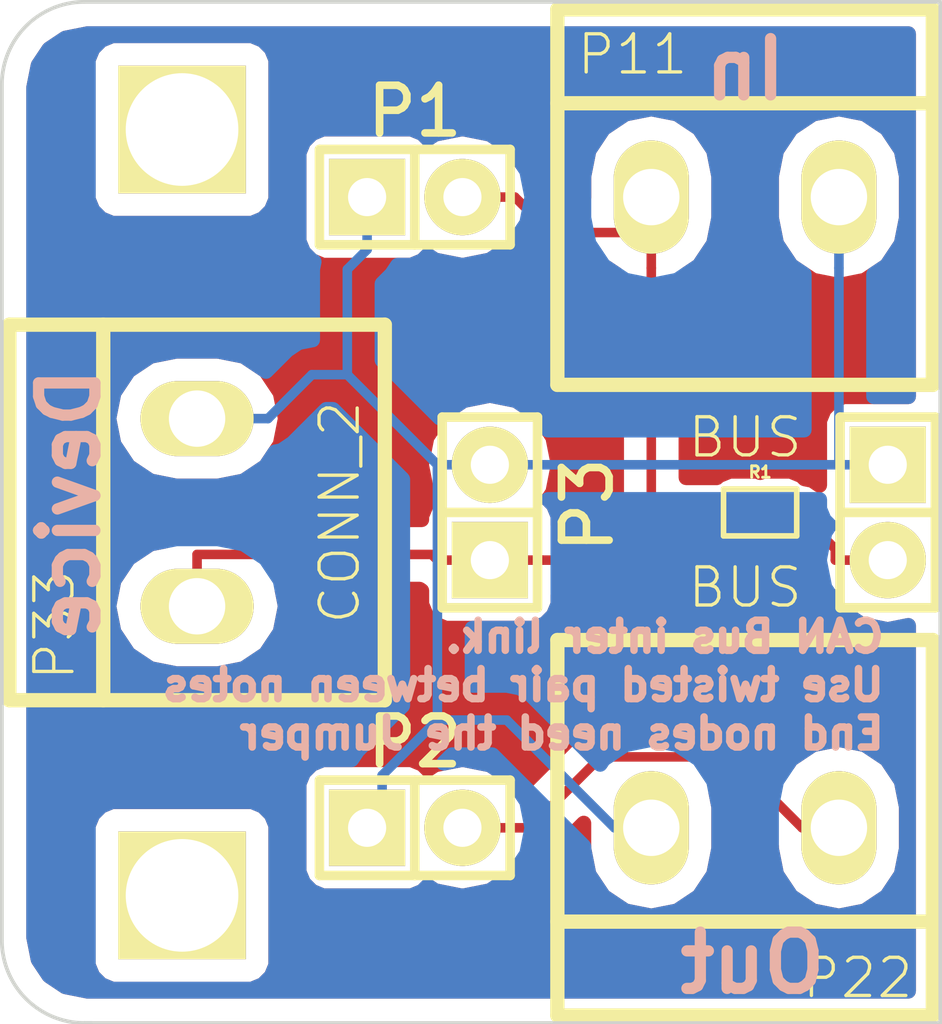
<source format=kicad_pcb>
(kicad_pcb (version 3) (host pcbnew "(2014-03-19 BZR 4756)-product")

  (general
    (links 13)
    (no_connects 0)
    (area 115.5929 99.57664 145.025172 129.01904)
    (thickness 1.6)
    (drawings 11)
    (tracks 45)
    (zones 0)
    (modules 10)
    (nets 4)
  )

  (page A4)
  (layers
    (15 F.Cu signal)
    (0 B.Cu signal)
    (16 B.Adhes user)
    (17 F.Adhes user)
    (18 B.Paste user)
    (19 F.Paste user)
    (20 B.SilkS user)
    (21 F.SilkS user)
    (22 B.Mask user)
    (23 F.Mask user)
    (24 Dwgs.User user)
    (25 Cmts.User user)
    (26 Eco1.User user)
    (27 Eco2.User user)
    (28 Edge.Cuts user)
  )

  (setup
    (last_trace_width 0.254)
    (trace_clearance 0)
    (zone_clearance 0.6)
    (zone_45_only no)
    (trace_min 0.254)
    (segment_width 0.2)
    (edge_width 0.1)
    (via_size 0.889)
    (via_drill 0.635)
    (via_min_size 0.889)
    (via_min_drill 0.508)
    (uvia_size 0.508)
    (uvia_drill 0.127)
    (uvias_allowed no)
    (uvia_min_size 0.508)
    (uvia_min_drill 0.127)
    (pcb_text_width 0.3)
    (pcb_text_size 1.5 1.5)
    (mod_edge_width 0.15)
    (mod_text_size 1 1)
    (mod_text_width 0.15)
    (pad_size 1.5 1.5)
    (pad_drill 0.6)
    (pad_to_mask_clearance 0)
    (aux_axis_origin 0 0)
    (grid_origin 129 105.4)
    (visible_elements FFFFFF7F)
    (pcbplotparams
      (layerselection 284196865)
      (usegerberextensions true)
      (excludeedgelayer true)
      (linewidth 0.150000)
      (plotframeref false)
      (viasonmask false)
      (mode 1)
      (useauxorigin false)
      (hpglpennumber 1)
      (hpglpenspeed 20)
      (hpglpendiameter 15)
      (hpglpenoverlay 2)
      (psnegative false)
      (psa4output false)
      (plotreference true)
      (plotvalue true)
      (plotothertext true)
      (plotinvisibletext false)
      (padsonsilk false)
      (subtractmaskfromsilk false)
      (outputformat 1)
      (mirror false)
      (drillshape 0)
      (scaleselection 1)
      (outputdirectory Gerber))
  )

  (net 0 "")
  (net 1 /CAN_H)
  (net 2 "Net-(JP1-Pad2)")
  (net 3 /CAN_L)

  (net_class Default "This is the default net class."
    (clearance 0)
    (trace_width 0.254)
    (via_dia 0.889)
    (via_drill 0.635)
    (uvia_dia 0.508)
    (uvia_drill 0.127)
    (add_net /CAN_H)
    (add_net /CAN_L)
    (add_net "Net-(JP1-Pad2)")
  )

  (module Pin_Headers:Pin_Header_Straight_1x02 (layer F.Cu) (tedit 53B9C21D) (tstamp 53B9C12E)
    (at 140.4 113.8 270)
    (descr "1 pin")
    (tags "CONN DEV")
    (path /53B9BF24)
    (fp_text reference JP1 (at 0 -2.8 270) (layer F.SilkS) hide
      (effects (font (size 1.27 1.27) (thickness 0.2032)))
    )
    (fp_text value JUMPER (at 0 0 270) (layer F.SilkS) hide
      (effects (font (size 1.27 1.27) (thickness 0.2032)))
    )
    (fp_line (start 0 -1.27) (end 0 1.27) (layer F.SilkS) (width 0.254))
    (fp_line (start -2.54 -1.27) (end -2.54 1.27) (layer F.SilkS) (width 0.254))
    (fp_line (start -2.54 1.27) (end 0 1.27) (layer F.SilkS) (width 0.254))
    (fp_line (start 0 1.27) (end 2.54 1.27) (layer F.SilkS) (width 0.254))
    (fp_line (start 2.54 1.27) (end 2.54 -1.27) (layer F.SilkS) (width 0.254))
    (fp_line (start 2.54 -1.27) (end -2.54 -1.27) (layer F.SilkS) (width 0.254))
    (pad 1 thru_hole rect (at -1.27 0 270) (size 2.032 2.032) (drill 1.016) (layers *.Cu *.Mask F.SilkS)
      (net 1 /CAN_H))
    (pad 2 thru_hole oval (at 1.27 0 270) (size 2.032 2.032) (drill 1.016) (layers *.Cu *.Mask F.SilkS)
      (net 2 "Net-(JP1-Pad2)"))
    (model Pin_Headers/Pin_Header_Straight_1x02.wrl
      (at (xyz 0 0 0))
      (scale (xyz 1 1 1))
      (rotate (xyz 0 0 0))
    )
  )

  (module Pin_Headers:Pin_Header_Straight_1x02 (layer F.Cu) (tedit 53B9C0DB) (tstamp 53B9C13A)
    (at 127.8 105.4)
    (descr "1 pin")
    (tags "CONN DEV")
    (path /53B9BD69)
    (fp_text reference P1 (at 0 -2.286) (layer F.SilkS)
      (effects (font (size 1.27 1.27) (thickness 0.2032)))
    )
    (fp_text value BUS (at 0 0) (layer F.SilkS) hide
      (effects (font (size 1.27 1.27) (thickness 0.2032)))
    )
    (fp_line (start 0 -1.27) (end 0 1.27) (layer F.SilkS) (width 0.254))
    (fp_line (start -2.54 -1.27) (end -2.54 1.27) (layer F.SilkS) (width 0.254))
    (fp_line (start -2.54 1.27) (end 0 1.27) (layer F.SilkS) (width 0.254))
    (fp_line (start 0 1.27) (end 2.54 1.27) (layer F.SilkS) (width 0.254))
    (fp_line (start 2.54 1.27) (end 2.54 -1.27) (layer F.SilkS) (width 0.254))
    (fp_line (start 2.54 -1.27) (end -2.54 -1.27) (layer F.SilkS) (width 0.254))
    (pad 1 thru_hole rect (at -1.27 0) (size 2.032 2.032) (drill 1.016) (layers *.Cu *.Mask F.SilkS)
      (net 1 /CAN_H))
    (pad 2 thru_hole oval (at 1.27 0) (size 2.032 2.032) (drill 1.016) (layers *.Cu *.Mask F.SilkS)
      (net 3 /CAN_L))
    (model Pin_Headers/Pin_Header_Straight_1x02.wrl
      (at (xyz 0 0 0))
      (scale (xyz 1 1 1))
      (rotate (xyz 0 0 0))
    )
  )

  (module Pin_Headers:Pin_Header_Straight_1x02 (layer F.Cu) (tedit 53B9C0DB) (tstamp 53B9C146)
    (at 127.8 122.2)
    (descr "1 pin")
    (tags "CONN DEV")
    (path /53B9C011)
    (fp_text reference P2 (at 0 -2.286) (layer F.SilkS)
      (effects (font (size 1.27 1.27) (thickness 0.2032)))
    )
    (fp_text value BUS (at 0 0) (layer F.SilkS) hide
      (effects (font (size 1.27 1.27) (thickness 0.2032)))
    )
    (fp_line (start 0 -1.27) (end 0 1.27) (layer F.SilkS) (width 0.254))
    (fp_line (start -2.54 -1.27) (end -2.54 1.27) (layer F.SilkS) (width 0.254))
    (fp_line (start -2.54 1.27) (end 0 1.27) (layer F.SilkS) (width 0.254))
    (fp_line (start 0 1.27) (end 2.54 1.27) (layer F.SilkS) (width 0.254))
    (fp_line (start 2.54 1.27) (end 2.54 -1.27) (layer F.SilkS) (width 0.254))
    (fp_line (start 2.54 -1.27) (end -2.54 -1.27) (layer F.SilkS) (width 0.254))
    (pad 1 thru_hole rect (at -1.27 0) (size 2.032 2.032) (drill 1.016) (layers *.Cu *.Mask F.SilkS)
      (net 1 /CAN_H))
    (pad 2 thru_hole oval (at 1.27 0) (size 2.032 2.032) (drill 1.016) (layers *.Cu *.Mask F.SilkS)
      (net 3 /CAN_L))
    (model Pin_Headers/Pin_Header_Straight_1x02.wrl
      (at (xyz 0 0 0))
      (scale (xyz 1 1 1))
      (rotate (xyz 0 0 0))
    )
  )

  (module Pin_Headers:Pin_Header_Straight_1x02 (layer F.Cu) (tedit 53B9C251) (tstamp 53B9C152)
    (at 129.8 113.8 90)
    (descr "1 pin")
    (tags "CONN DEV")
    (path /53B9BFB6)
    (fp_text reference P3 (at 0.2 2.6 90) (layer F.SilkS)
      (effects (font (size 1.27 1.27) (thickness 0.2032)))
    )
    (fp_text value CONN_2 (at 0 0 90) (layer F.SilkS) hide
      (effects (font (size 1.27 1.27) (thickness 0.2032)))
    )
    (fp_line (start 0 -1.27) (end 0 1.27) (layer F.SilkS) (width 0.254))
    (fp_line (start -2.54 -1.27) (end -2.54 1.27) (layer F.SilkS) (width 0.254))
    (fp_line (start -2.54 1.27) (end 0 1.27) (layer F.SilkS) (width 0.254))
    (fp_line (start 0 1.27) (end 2.54 1.27) (layer F.SilkS) (width 0.254))
    (fp_line (start 2.54 1.27) (end 2.54 -1.27) (layer F.SilkS) (width 0.254))
    (fp_line (start 2.54 -1.27) (end -2.54 -1.27) (layer F.SilkS) (width 0.254))
    (pad 1 thru_hole rect (at -1.27 0 90) (size 2.032 2.032) (drill 1.016) (layers *.Cu *.Mask F.SilkS)
      (net 3 /CAN_L))
    (pad 2 thru_hole oval (at 1.27 0 90) (size 2.032 2.032) (drill 1.016) (layers *.Cu *.Mask F.SilkS)
      (net 1 /CAN_H))
    (model Pin_Headers/Pin_Header_Straight_1x02.wrl
      (at (xyz 0 0 0))
      (scale (xyz 1 1 1))
      (rotate (xyz 0 0 0))
    )
  )

  (module 10to7_connectors:2_Pin_Screw_5mm_Pitch (layer F.Cu) (tedit 53B9C270) (tstamp 53B9C15D)
    (at 136.6 105.4)
    (path /53B9B9D6)
    (attr virtual)
    (fp_text reference P11 (at -3 -3.8) (layer F.SilkS)
      (effects (font (size 1.016 1.016) (thickness 0.0889)))
    )
    (fp_text value BUS (at 0 6.4008) (layer F.SilkS)
      (effects (font (size 1.016 1.016) (thickness 0.0889)))
    )
    (fp_line (start -5.00126 -2.49936) (end 5.00126 -2.49936) (layer F.SilkS) (width 0.381))
    (fp_line (start -5.00126 -5.00126) (end -5.00126 5.00126) (layer F.SilkS) (width 0.381))
    (fp_line (start -5.00126 5.00126) (end 5.00126 5.00126) (layer F.SilkS) (width 0.381))
    (fp_line (start 5.00126 5.00126) (end 5.00126 -5.00126) (layer F.SilkS) (width 0.381))
    (fp_line (start 5.00126 -5.00126) (end -5.00126 -5.00126) (layer F.SilkS) (width 0.381))
    (pad 1 thru_hole oval (at -2.49936 0) (size 1.99898 3.01498) (drill 1.50114) (layers *.Cu F.Paste F.SilkS B.Mask)
      (net 3 /CAN_L))
    (pad 2 thru_hole oval (at 2.49936 0) (size 1.99898 3.01498) (drill 1.50114) (layers *.Cu F.Paste F.SilkS B.Mask)
      (net 1 /CAN_H))
  )

  (module 10to7_connectors:2_Pin_Screw_5mm_Pitch (layer F.Cu) (tedit 53B9C267) (tstamp 53B9C168)
    (at 136.6 122.2 180)
    (path /53B9BFFD)
    (attr virtual)
    (fp_text reference P22 (at -3 -4 180) (layer F.SilkS)
      (effects (font (size 1.016 1.016) (thickness 0.0889)))
    )
    (fp_text value BUS (at 0 6.4008 180) (layer F.SilkS)
      (effects (font (size 1.016 1.016) (thickness 0.0889)))
    )
    (fp_line (start -5.00126 -2.49936) (end 5.00126 -2.49936) (layer F.SilkS) (width 0.381))
    (fp_line (start -5.00126 -5.00126) (end -5.00126 5.00126) (layer F.SilkS) (width 0.381))
    (fp_line (start -5.00126 5.00126) (end 5.00126 5.00126) (layer F.SilkS) (width 0.381))
    (fp_line (start 5.00126 5.00126) (end 5.00126 -5.00126) (layer F.SilkS) (width 0.381))
    (fp_line (start 5.00126 -5.00126) (end -5.00126 -5.00126) (layer F.SilkS) (width 0.381))
    (pad 1 thru_hole oval (at -2.49936 0 180) (size 1.99898 3.01498) (drill 1.50114) (layers *.Cu F.Paste F.SilkS B.Mask)
      (net 3 /CAN_L))
    (pad 2 thru_hole oval (at 2.49936 0 180) (size 1.99898 3.01498) (drill 1.50114) (layers *.Cu F.Paste F.SilkS B.Mask)
      (net 1 /CAN_H))
  )

  (module 10to7_connectors:2_Pin_Screw_5mm_Pitch (layer F.Cu) (tedit 53B9C260) (tstamp 53B9C173)
    (at 122 113.8 90)
    (path /53B9BF53)
    (attr virtual)
    (fp_text reference P33 (at -3 -3.8 90) (layer F.SilkS)
      (effects (font (size 1.016 1.016) (thickness 0.0889)))
    )
    (fp_text value CONN_2 (at 0 3.8 90) (layer F.SilkS)
      (effects (font (size 1.016 1.016) (thickness 0.0889)))
    )
    (fp_line (start -5.00126 -2.49936) (end 5.00126 -2.49936) (layer F.SilkS) (width 0.381))
    (fp_line (start -5.00126 -5.00126) (end -5.00126 5.00126) (layer F.SilkS) (width 0.381))
    (fp_line (start -5.00126 5.00126) (end 5.00126 5.00126) (layer F.SilkS) (width 0.381))
    (fp_line (start 5.00126 5.00126) (end 5.00126 -5.00126) (layer F.SilkS) (width 0.381))
    (fp_line (start 5.00126 -5.00126) (end -5.00126 -5.00126) (layer F.SilkS) (width 0.381))
    (pad 1 thru_hole oval (at -2.49936 0 90) (size 1.99898 3.01498) (drill 1.50114) (layers *.Cu F.Paste F.SilkS B.Mask)
      (net 3 /CAN_L))
    (pad 2 thru_hole oval (at 2.49936 0 90) (size 1.99898 3.01498) (drill 1.50114) (layers *.Cu F.Paste F.SilkS B.Mask)
      (net 1 /CAN_H))
  )

  (module 10to7_sm_standard:SM0402 (layer F.Cu) (tedit 5380CFF6) (tstamp 53B9C17D)
    (at 137 113.8 180)
    (path /53B9BB9D)
    (attr smd)
    (fp_text reference R1 (at 0 1.075 180) (layer F.SilkS)
      (effects (font (size 0.3048 0.3048) (thickness 0.0762)))
    )
    (fp_text value 120 (at 0 -0.9 180) (layer F.SilkS) hide
      (effects (font (size 0.3048 0.3048) (thickness 0.0762)))
    )
    (fp_line (start -0.975 0.625) (end 0.975 0.625) (layer F.SilkS) (width 0.15))
    (fp_line (start 0.975 0.625) (end 0.975 -0.625) (layer F.SilkS) (width 0.15))
    (fp_line (start 0.975 -0.625) (end -0.975 -0.625) (layer F.SilkS) (width 0.15))
    (fp_line (start -0.975 -0.625) (end -0.975 0.625) (layer F.SilkS) (width 0.15))
    (pad 1 smd rect (at -0.44958 0 180) (size 0.39878 0.59944) (layers F.Cu F.Paste F.Mask)
      (net 2 "Net-(JP1-Pad2)"))
    (pad 2 smd rect (at 0.44958 0 180) (size 0.39878 0.59944) (layers F.Cu F.Paste F.Mask)
      (net 3 /CAN_L))
    (model smd\chip_cms.wrl
      (at (xyz 0 0 0.002))
      (scale (xyz 0.05 0.05 0.05))
      (rotate (xyz 0 0 0))
    )
  )

  (module 10to7_sm_standard:3mmHole (layer F.Cu) (tedit 53B9C3C0) (tstamp 53B9C626)
    (at 121.6 103.6)
    (fp_text reference 3mmHole_1 (at 0.7493 3.79984) (layer F.SilkS) hide
      (effects (font (thickness 0.3048)))
    )
    (fp_text value VAL** (at 0.20066 -2.49936) (layer F.SilkS) hide
      (effects (font (thickness 0.3048)))
    )
    (pad 1 thru_hole rect (at 0 0) (size 3.40106 3.40106) (drill 2.99974) (layers *.Cu *.Mask F.SilkS))
  )

  (module 10to7_sm_standard:3mmHole (layer F.Cu) (tedit 520F49C7) (tstamp 53B9C63D)
    (at 121.6 124)
    (fp_text reference 3mmHole (at 0.7493 3.79984) (layer F.SilkS) hide
      (effects (font (thickness 0.3048)))
    )
    (fp_text value VAL** (at 0.20066 -2.49936) (layer F.SilkS) hide
      (effects (font (thickness 0.3048)))
    )
    (pad 1 thru_hole rect (at 0 0) (size 3.40106 3.40106) (drill 2.99974) (layers *.Cu *.Mask F.SilkS))
  )

  (gr_text Device (at 118.6 113.6 90) (layer B.SilkS)
    (effects (font (size 1.5 1.5) (thickness 0.3)) (justify mirror))
  )
  (gr_text Out (at 136.8 125.8) (layer B.SilkS)
    (effects (font (size 1.5 1.5) (thickness 0.3)) (justify mirror))
  )
  (gr_text In (at 136.6 102) (layer B.SilkS)
    (effects (font (size 1.5 1.5) (thickness 0.3)) (justify mirror))
  )
  (gr_text "CAN Bus inter link.\nUse twisted pair between notes\nEnd nodes need the Jumper " (at 140.4 118.4) (layer B.SilkS)
    (effects (font (size 0.8 0.8) (thickness 0.2)) (justify left mirror))
  )
  (gr_line (start 119 127.4) (end 119.2 127.4) (angle 90) (layer Edge.Cuts) (width 0.1))
  (gr_line (start 141.8 127.4) (end 119 127.4) (angle 90) (layer Edge.Cuts) (width 0.1))
  (gr_line (start 141.8 100.2) (end 141.8 127.4) (angle 90) (layer Edge.Cuts) (width 0.1))
  (gr_line (start 119 100.2) (end 141.8 100.2) (angle 90) (layer Edge.Cuts) (width 0.1))
  (gr_line (start 116.8 125.2) (end 116.8 102.4) (angle 90) (layer Edge.Cuts) (width 0.1))
  (gr_arc (start 119 125.2) (end 119 127.4) (angle 90) (layer Edge.Cuts) (width 0.1))
  (gr_arc (start 119 102.4) (end 116.8 102.4) (angle 90) (layer Edge.Cuts) (width 0.1))

  (segment (start 126.53 105.4) (end 126.53 106.7973) (width 0.254) (layer B.Cu) (net 1))
  (segment (start 126.93 122.2) (end 126.93 120.8027) (width 0.254) (layer B.Cu) (net 1))
  (segment (start 122 111.3006) (end 123.8888 111.3006) (width 0.254) (layer B.Cu) (net 1))
  (segment (start 130.2498 119.33) (end 133.1198 122.2) (width 0.254) (layer B.Cu) (net 1))
  (segment (start 128.4027 119.33) (end 130.2498 119.33) (width 0.254) (layer B.Cu) (net 1))
  (segment (start 128.4027 112.53) (end 128.4027 119.33) (width 0.254) (layer B.Cu) (net 1))
  (segment (start 128.4027 119.33) (end 126.93 120.8027) (width 0.254) (layer B.Cu) (net 1))
  (segment (start 134.5006 122.2) (end 133.1198 122.2) (width 0.254) (layer B.Cu) (net 1))
  (segment (start 126.0028 107.3245) (end 126.53 106.7973) (width 0.254) (layer B.Cu) (net 1))
  (segment (start 126.0028 110.1301) (end 126.0028 107.3245) (width 0.254) (layer B.Cu) (net 1))
  (segment (start 125.0593 110.1301) (end 126.0028 110.1301) (width 0.254) (layer B.Cu) (net 1))
  (segment (start 123.8888 111.3006) (end 125.0593 110.1301) (width 0.254) (layer B.Cu) (net 1))
  (segment (start 126.0028 110.1301) (end 128.4027 112.53) (width 0.254) (layer B.Cu) (net 1))
  (segment (start 129.1014 112.53) (end 128.4027 112.53) (width 0.254) (layer B.Cu) (net 1))
  (segment (start 129.1014 112.53) (end 129.8 112.53) (width 0.254) (layer B.Cu) (net 1))
  (segment (start 139.0994 105.4) (end 139.0994 107.2888) (width 0.254) (layer B.Cu) (net 1))
  (segment (start 139.0994 112.53) (end 139.0994 107.2888) (width 0.254) (layer B.Cu) (net 1))
  (segment (start 129.8 112.53) (end 139.0994 112.53) (width 0.254) (layer B.Cu) (net 1))
  (segment (start 139.0994 112.53) (end 140.4 112.53) (width 0.254) (layer B.Cu) (net 1))
  (segment (start 139.0027 114.7724) (end 139.0027 115.07) (width 0.254) (layer F.Cu) (net 2))
  (segment (start 138.0303 113.8) (end 139.0027 114.7724) (width 0.254) (layer F.Cu) (net 2))
  (segment (start 137.4496 113.8) (end 138.0303 113.8) (width 0.254) (layer F.Cu) (net 2))
  (segment (start 140.4 115.07) (end 139.0027 115.07) (width 0.254) (layer F.Cu) (net 2))
  (segment (start 139.4994 122.2) (end 138.1186 122.2) (width 0.254) (layer F.Cu) (net 3))
  (segment (start 129.47 122.2) (end 130.8673 122.2) (width 0.254) (layer F.Cu) (net 3))
  (segment (start 136.2297 120.3111) (end 132.7562 120.3111) (width 0.254) (layer F.Cu) (net 3))
  (segment (start 138.1186 122.2) (end 136.2297 120.3111) (width 0.254) (layer F.Cu) (net 3))
  (segment (start 132.7562 120.3111) (end 130.8673 122.2) (width 0.254) (layer F.Cu) (net 3))
  (segment (start 136.5504 113.8) (end 135.9697 113.8) (width 0.254) (layer F.Cu) (net 3))
  (segment (start 128.2513 114.9186) (end 122 114.9186) (width 0.254) (layer F.Cu) (net 3))
  (segment (start 128.4027 115.07) (end 128.2513 114.9186) (width 0.254) (layer F.Cu) (net 3))
  (segment (start 122 116.2994) (end 122 114.9186) (width 0.254) (layer F.Cu) (net 3))
  (segment (start 129.8 115.07) (end 128.4027 115.07) (width 0.254) (layer F.Cu) (net 3))
  (segment (start 129.8 115.07) (end 131.1973 115.07) (width 0.254) (layer F.Cu) (net 3))
  (segment (start 132.7562 115.07) (end 131.1973 115.07) (width 0.254) (layer F.Cu) (net 3))
  (segment (start 132.7562 115.07) (end 132.7562 120.3111) (width 0.254) (layer F.Cu) (net 3))
  (segment (start 134.1006 113.8) (end 134.1006 107.2888) (width 0.254) (layer F.Cu) (net 3))
  (segment (start 135.9697 113.8) (end 134.1006 113.8) (width 0.254) (layer F.Cu) (net 3))
  (segment (start 134.0262 113.8) (end 132.7562 115.07) (width 0.254) (layer F.Cu) (net 3))
  (segment (start 134.1006 113.8) (end 134.0262 113.8) (width 0.254) (layer F.Cu) (net 3))
  (segment (start 134.1006 105.4) (end 134.1006 106.3444) (width 0.254) (layer F.Cu) (net 3))
  (segment (start 134.1006 106.3444) (end 134.1006 107.2888) (width 0.254) (layer F.Cu) (net 3))
  (segment (start 131.4117 106.3444) (end 130.4673 105.4) (width 0.254) (layer F.Cu) (net 3))
  (segment (start 134.1006 106.3444) (end 131.4117 106.3444) (width 0.254) (layer F.Cu) (net 3))
  (segment (start 129.07 105.4) (end 130.4673 105.4) (width 0.254) (layer F.Cu) (net 3))

  (zone (net 0) (net_name "") (layer F.Cu) (tstamp 53B9C670) (hatch edge 0.508)
    (connect_pads (clearance 0.6))
    (min_thickness 0.4)
    (fill (arc_segments 16) (thermal_gap 0.508) (thermal_bridge_width 0.508))
    (polygon
      (pts
        (xy 116.8 100.2) (xy 141.8 100.2) (xy 141.8 127.4) (xy 116.8 127.4)
      )
    )
    (filled_polygon
      (pts
        (xy 140.95 126.55) (xy 124.10053 126.55) (xy 124.10053 125.85966) (xy 124.10053 125.5414) (xy 124.10053 122.14034)
        (xy 123.978737 121.846306) (xy 123.753694 121.621263) (xy 123.45966 121.49947) (xy 123.1414 121.49947) (xy 119.74034 121.49947)
        (xy 119.446306 121.621263) (xy 119.221263 121.846306) (xy 119.09947 122.14034) (xy 119.09947 122.4586) (xy 119.09947 125.85966)
        (xy 119.221263 126.153694) (xy 119.446306 126.378737) (xy 119.74034 126.50053) (xy 120.0586 126.50053) (xy 123.45966 126.50053)
        (xy 123.753694 126.378737) (xy 123.978737 126.153694) (xy 124.10053 125.85966) (xy 124.10053 126.55) (xy 119.2 126.55)
        (xy 119.083715 126.55) (xy 118.489748 126.431851) (xy 118.05718 126.142819) (xy 117.768148 125.710251) (xy 117.65 125.116279)
        (xy 117.65 102.48372) (xy 117.768148 101.889748) (xy 118.05718 101.45718) (xy 118.489748 101.168148) (xy 119.083715 101.05)
        (xy 140.95 101.05) (xy 140.95 110.714) (xy 140.89885 110.714) (xy 140.89885 105.953206) (xy 140.89885 104.846794)
        (xy 140.761872 104.158159) (xy 140.371792 103.574362) (xy 139.787995 103.184282) (xy 139.09936 103.047304) (xy 138.410725 103.184282)
        (xy 137.826928 103.574362) (xy 137.436848 104.158159) (xy 137.29987 104.846794) (xy 137.29987 105.953206) (xy 137.436848 106.641841)
        (xy 137.826928 107.225638) (xy 138.410725 107.615718) (xy 139.09936 107.752696) (xy 139.787995 107.615718) (xy 140.371792 107.225638)
        (xy 140.761872 106.641841) (xy 140.89885 105.953206) (xy 140.89885 110.714) (xy 139.22487 110.714) (xy 138.930836 110.835793)
        (xy 138.705793 111.060836) (xy 138.584 111.35487) (xy 138.584 111.67313) (xy 138.584 113.076499) (xy 138.385048 112.943564)
        (xy 138.183543 112.903482) (xy 138.102134 112.822073) (xy 137.8081 112.70028) (xy 137.48984 112.70028) (xy 137.09106 112.70028)
        (xy 137 112.737998) (xy 136.90894 112.70028) (xy 136.59068 112.70028) (xy 136.1919 112.70028) (xy 135.897866 112.822073)
        (xy 135.846939 112.873) (xy 135.0276 112.873) (xy 135.0276 107.456474) (xy 135.373072 107.225638) (xy 135.763152 106.641841)
        (xy 135.90013 105.953206) (xy 135.90013 104.846794) (xy 135.763152 104.158159) (xy 135.373072 103.574362) (xy 134.789275 103.184282)
        (xy 134.10064 103.047304) (xy 133.412005 103.184282) (xy 132.828208 103.574362) (xy 132.438128 104.158159) (xy 132.30115 104.846794)
        (xy 132.30115 105.4174) (xy 131.795676 105.4174) (xy 131.122788 104.744512) (xy 130.822048 104.543564) (xy 130.652971 104.509932)
        (xy 130.389684 104.115894) (xy 129.800531 103.722235) (xy 129.105578 103.584) (xy 129.034422 103.584) (xy 128.339469 103.722235)
        (xy 128.145327 103.851956) (xy 127.999164 103.705793) (xy 127.70513 103.584) (xy 127.38687 103.584) (xy 125.35487 103.584)
        (xy 125.060836 103.705793) (xy 124.835793 103.930836) (xy 124.714 104.22487) (xy 124.714 104.54313) (xy 124.714 106.57513)
        (xy 124.835793 106.869164) (xy 125.060836 107.094207) (xy 125.35487 107.216) (xy 125.67313 107.216) (xy 127.70513 107.216)
        (xy 127.999164 107.094207) (xy 128.145327 106.948043) (xy 128.339469 107.077765) (xy 129.034422 107.216) (xy 129.105578 107.216)
        (xy 129.800531 107.077765) (xy 130.389684 106.684106) (xy 130.410009 106.653685) (xy 130.756212 106.999888) (xy 131.056952 107.200836)
        (xy 131.056953 107.200836) (xy 131.4117 107.2714) (xy 132.896695 107.2714) (xy 133.1736 107.456421) (xy 133.1736 113.341624)
        (xy 132.372224 114.143) (xy 131.616 114.143) (xy 131.616 113.89487) (xy 131.494207 113.600836) (xy 131.348043 113.454672)
        (xy 131.477765 113.260531) (xy 131.616 112.565578) (xy 131.616 112.494422) (xy 131.477765 111.799469) (xy 131.084106 111.210316)
        (xy 130.494953 110.816657) (xy 129.8 110.678422) (xy 129.105047 110.816657) (xy 128.515894 111.210316) (xy 128.122235 111.799469)
        (xy 127.984 112.494422) (xy 127.984 112.565578) (xy 128.122235 113.260531) (xy 128.251956 113.454672) (xy 128.105793 113.600836)
        (xy 127.984 113.89487) (xy 127.984 113.9916) (xy 124.352696 113.9916) (xy 124.352696 111.30064) (xy 124.215718 110.612005)
        (xy 124.10053 110.439613) (xy 124.10053 105.45966) (xy 124.10053 105.1414) (xy 124.10053 101.74034) (xy 123.978737 101.446306)
        (xy 123.753694 101.221263) (xy 123.45966 101.09947) (xy 123.1414 101.09947) (xy 119.74034 101.09947) (xy 119.446306 101.221263)
        (xy 119.221263 101.446306) (xy 119.09947 101.74034) (xy 119.09947 102.0586) (xy 119.09947 105.45966) (xy 119.221263 105.753694)
        (xy 119.446306 105.978737) (xy 119.74034 106.10053) (xy 120.0586 106.10053) (xy 123.45966 106.10053) (xy 123.753694 105.978737)
        (xy 123.978737 105.753694) (xy 124.10053 105.45966) (xy 124.10053 110.439613) (xy 123.825638 110.028208) (xy 123.241841 109.638128)
        (xy 122.553206 109.50115) (xy 121.446794 109.50115) (xy 120.758159 109.638128) (xy 120.174362 110.028208) (xy 119.784282 110.612005)
        (xy 119.647304 111.30064) (xy 119.784282 111.989275) (xy 120.174362 112.573072) (xy 120.758159 112.963152) (xy 121.446794 113.10013)
        (xy 122.553206 113.10013) (xy 123.241841 112.963152) (xy 123.825638 112.573072) (xy 124.215718 111.989275) (xy 124.352696 111.30064)
        (xy 124.352696 113.9916) (xy 122 113.9916) (xy 121.645252 114.062164) (xy 121.344512 114.263112) (xy 121.146388 114.559624)
        (xy 120.758159 114.636848) (xy 120.174362 115.026928) (xy 119.784282 115.610725) (xy 119.647304 116.29936) (xy 119.784282 116.987995)
        (xy 120.174362 117.571792) (xy 120.758159 117.961872) (xy 121.446794 118.09885) (xy 122.553206 118.09885) (xy 123.241841 117.961872)
        (xy 123.825638 117.571792) (xy 124.215718 116.987995) (xy 124.352696 116.29936) (xy 124.262437 115.8456) (xy 127.926972 115.8456)
        (xy 127.984 115.883704) (xy 127.984 116.24513) (xy 128.105793 116.539164) (xy 128.330836 116.764207) (xy 128.62487 116.886)
        (xy 128.94313 116.886) (xy 130.97513 116.886) (xy 131.269164 116.764207) (xy 131.494207 116.539164) (xy 131.616 116.24513)
        (xy 131.616 115.997) (xy 131.8292 115.997) (xy 131.8292 119.927124) (xy 130.570227 121.186096) (xy 130.389684 120.915894)
        (xy 129.800531 120.522235) (xy 129.105578 120.384) (xy 129.034422 120.384) (xy 128.339469 120.522235) (xy 128.145327 120.651956)
        (xy 127.999164 120.505793) (xy 127.70513 120.384) (xy 127.38687 120.384) (xy 125.35487 120.384) (xy 125.060836 120.505793)
        (xy 124.835793 120.730836) (xy 124.714 121.02487) (xy 124.714 121.34313) (xy 124.714 123.37513) (xy 124.835793 123.669164)
        (xy 125.060836 123.894207) (xy 125.35487 124.016) (xy 125.67313 124.016) (xy 127.70513 124.016) (xy 127.999164 123.894207)
        (xy 128.145327 123.748043) (xy 128.339469 123.877765) (xy 129.034422 124.016) (xy 129.105578 124.016) (xy 129.800531 123.877765)
        (xy 130.389684 123.484106) (xy 130.628294 123.127) (xy 130.8673 123.127) (xy 131.222047 123.056436) (xy 131.222048 123.056436)
        (xy 131.522788 122.855488) (xy 132.30115 122.077126) (xy 132.30115 122.753206) (xy 132.438128 123.441841) (xy 132.828208 124.025638)
        (xy 133.412005 124.415718) (xy 134.10064 124.552696) (xy 134.789275 124.415718) (xy 135.373072 124.025638) (xy 135.763152 123.441841)
        (xy 135.90013 122.753206) (xy 135.90013 121.646794) (xy 135.818835 121.2381) (xy 135.845724 121.2381) (xy 137.29987 122.692246)
        (xy 137.29987 122.753206) (xy 137.436848 123.441841) (xy 137.826928 124.025638) (xy 138.410725 124.415718) (xy 139.09936 124.552696)
        (xy 139.787995 124.415718) (xy 140.371792 124.025638) (xy 140.761872 123.441841) (xy 140.89885 122.753206) (xy 140.89885 121.646794)
        (xy 140.761872 120.958159) (xy 140.371792 120.374362) (xy 139.787995 119.984282) (xy 139.09936 119.847304) (xy 138.410725 119.984282)
        (xy 137.826928 120.374362) (xy 137.73761 120.508034) (xy 136.885188 119.655612) (xy 136.584448 119.454664) (xy 136.2297 119.3841)
        (xy 133.6832 119.3841) (xy 133.6832 115.453976) (xy 134.410176 114.727) (xy 135.846939 114.727) (xy 135.897866 114.777927)
        (xy 136.1919 114.89972) (xy 136.51016 114.89972) (xy 136.90894 114.89972) (xy 137 114.862001) (xy 137.09106 114.89972)
        (xy 137.40932 114.89972) (xy 137.8081 114.89972) (xy 137.815838 114.896514) (xy 138.097147 115.177823) (xy 138.146264 115.424748)
        (xy 138.347212 115.725488) (xy 138.647952 115.926436) (xy 138.830643 115.962775) (xy 139.115894 116.389684) (xy 139.705047 116.783343)
        (xy 140.4 116.921578) (xy 140.95 116.812175) (xy 140.95 126.55)
      )
    )
  )
  (zone (net 0) (net_name "") (layer B.Cu) (tstamp 53B9C671) (hatch edge 0.508)
    (connect_pads (clearance 0.6))
    (min_thickness 0.4)
    (fill (arc_segments 16) (thermal_gap 0.508) (thermal_bridge_width 0.508))
    (polygon
      (pts
        (xy 116.8 127.4) (xy 141.8 127.4) (xy 141.8 100.2) (xy 116.8 100.2)
      )
    )
    (filled_polygon
      (pts
        (xy 140.95 126.55) (xy 140.89885 126.55) (xy 140.89885 122.753206) (xy 140.89885 121.646794) (xy 140.761872 120.958159)
        (xy 140.371792 120.374362) (xy 139.787995 119.984282) (xy 139.09936 119.847304) (xy 138.410725 119.984282) (xy 137.826928 120.374362)
        (xy 137.436848 120.958159) (xy 137.29987 121.646794) (xy 137.29987 122.753206) (xy 137.436848 123.441841) (xy 137.826928 124.025638)
        (xy 138.410725 124.415718) (xy 139.09936 124.552696) (xy 139.787995 124.415718) (xy 140.371792 124.025638) (xy 140.761872 123.441841)
        (xy 140.89885 122.753206) (xy 140.89885 126.55) (xy 124.352696 126.55) (xy 124.352696 116.29936) (xy 124.215718 115.610725)
        (xy 123.825638 115.026928) (xy 123.241841 114.636848) (xy 122.553206 114.49987) (xy 121.446794 114.49987) (xy 120.758159 114.636848)
        (xy 120.174362 115.026928) (xy 119.784282 115.610725) (xy 119.647304 116.29936) (xy 119.784282 116.987995) (xy 120.174362 117.571792)
        (xy 120.758159 117.961872) (xy 121.446794 118.09885) (xy 122.553206 118.09885) (xy 123.241841 117.961872) (xy 123.825638 117.571792)
        (xy 124.215718 116.987995) (xy 124.352696 116.29936) (xy 124.352696 126.55) (xy 124.10053 126.55) (xy 124.10053 125.85966)
        (xy 124.10053 125.5414) (xy 124.10053 122.14034) (xy 123.978737 121.846306) (xy 123.753694 121.621263) (xy 123.45966 121.49947)
        (xy 123.1414 121.49947) (xy 119.74034 121.49947) (xy 119.446306 121.621263) (xy 119.221263 121.846306) (xy 119.09947 122.14034)
        (xy 119.09947 122.4586) (xy 119.09947 125.85966) (xy 119.221263 126.153694) (xy 119.446306 126.378737) (xy 119.74034 126.50053)
        (xy 120.0586 126.50053) (xy 123.45966 126.50053) (xy 123.753694 126.378737) (xy 123.978737 126.153694) (xy 124.10053 125.85966)
        (xy 124.10053 126.55) (xy 119.2 126.55) (xy 119.083715 126.55) (xy 118.489748 126.431851) (xy 118.05718 126.142819)
        (xy 117.768148 125.710251) (xy 117.65 125.116279) (xy 117.65 102.48372) (xy 117.768148 101.889748) (xy 118.05718 101.45718)
        (xy 118.489748 101.168148) (xy 119.083715 101.05) (xy 140.95 101.05) (xy 140.95 110.714) (xy 140.0264 110.714)
        (xy 140.0264 107.456421) (xy 140.371792 107.225638) (xy 140.761872 106.641841) (xy 140.89885 105.953206) (xy 140.89885 104.846794)
        (xy 140.761872 104.158159) (xy 140.371792 103.574362) (xy 139.787995 103.184282) (xy 139.09936 103.047304) (xy 138.410725 103.184282)
        (xy 137.826928 103.574362) (xy 137.436848 104.158159) (xy 137.29987 104.846794) (xy 137.29987 105.953206) (xy 137.436848 106.641841)
        (xy 137.826928 107.225638) (xy 138.1724 107.456474) (xy 138.1724 111.603) (xy 135.90013 111.603) (xy 135.90013 105.953206)
        (xy 135.90013 104.846794) (xy 135.763152 104.158159) (xy 135.373072 103.574362) (xy 134.789275 103.184282) (xy 134.10064 103.047304)
        (xy 133.412005 103.184282) (xy 132.828208 103.574362) (xy 132.438128 104.158159) (xy 132.30115 104.846794) (xy 132.30115 105.953206)
        (xy 132.438128 106.641841) (xy 132.828208 107.225638) (xy 133.412005 107.615718) (xy 134.10064 107.752696) (xy 134.789275 107.615718)
        (xy 135.373072 107.225638) (xy 135.763152 106.641841) (xy 135.90013 105.953206) (xy 135.90013 111.603) (xy 131.346488 111.603)
        (xy 131.084106 111.210316) (xy 130.494953 110.816657) (xy 129.8 110.678422) (xy 129.105047 110.816657) (xy 128.515894 111.210316)
        (xy 128.467066 111.28339) (xy 126.9298 109.746124) (xy 126.9298 107.708476) (xy 127.185488 107.452788) (xy 127.343704 107.216)
        (xy 127.70513 107.216) (xy 127.999164 107.094207) (xy 128.145327 106.948043) (xy 128.339469 107.077765) (xy 129.034422 107.216)
        (xy 129.105578 107.216) (xy 129.800531 107.077765) (xy 130.389684 106.684106) (xy 130.783343 106.094953) (xy 130.921578 105.4)
        (xy 130.783343 104.705047) (xy 130.389684 104.115894) (xy 129.800531 103.722235) (xy 129.105578 103.584) (xy 129.034422 103.584)
        (xy 128.339469 103.722235) (xy 128.145327 103.851956) (xy 127.999164 103.705793) (xy 127.70513 103.584) (xy 127.38687 103.584)
        (xy 125.35487 103.584) (xy 125.060836 103.705793) (xy 124.835793 103.930836) (xy 124.714 104.22487) (xy 124.714 104.54313)
        (xy 124.714 106.57513) (xy 124.835793 106.869164) (xy 125.060836 107.094207) (xy 125.116982 107.117463) (xy 125.0758 107.3245)
        (xy 125.0758 109.2031) (xy 125.0593 109.2031) (xy 124.704552 109.273664) (xy 124.403812 109.474612) (xy 124.10053 109.777893)
        (xy 124.10053 105.45966) (xy 124.10053 105.1414) (xy 124.10053 101.74034) (xy 123.978737 101.446306) (xy 123.753694 101.221263)
        (xy 123.45966 101.09947) (xy 123.1414 101.09947) (xy 119.74034 101.09947) (xy 119.446306 101.221263) (xy 119.221263 101.446306)
        (xy 119.09947 101.74034) (xy 119.09947 102.0586) (xy 119.09947 105.45966) (xy 119.221263 105.753694) (xy 119.446306 105.978737)
        (xy 119.74034 106.10053) (xy 120.0586 106.10053) (xy 123.45966 106.10053) (xy 123.753694 105.978737) (xy 123.978737 105.753694)
        (xy 124.10053 105.45966) (xy 124.10053 109.777893) (xy 123.835482 110.042941) (xy 123.825638 110.028208) (xy 123.241841 109.638128)
        (xy 122.553206 109.50115) (xy 121.446794 109.50115) (xy 120.758159 109.638128) (xy 120.174362 110.028208) (xy 119.784282 110.612005)
        (xy 119.647304 111.30064) (xy 119.784282 111.989275) (xy 120.174362 112.573072) (xy 120.758159 112.963152) (xy 121.446794 113.10013)
        (xy 122.553206 113.10013) (xy 123.241841 112.963152) (xy 123.825638 112.573072) (xy 124.082176 112.189134) (xy 124.243547 112.157036)
        (xy 124.243548 112.157036) (xy 124.544288 111.956088) (xy 125.443276 111.0571) (xy 125.618824 111.0571) (xy 127.4757 112.913976)
        (xy 127.4757 118.946024) (xy 126.274512 120.147212) (xy 126.116295 120.384) (xy 125.35487 120.384) (xy 125.060836 120.505793)
        (xy 124.835793 120.730836) (xy 124.714 121.02487) (xy 124.714 121.34313) (xy 124.714 123.37513) (xy 124.835793 123.669164)
        (xy 125.060836 123.894207) (xy 125.35487 124.016) (xy 125.67313 124.016) (xy 127.70513 124.016) (xy 127.999164 123.894207)
        (xy 128.145327 123.748043) (xy 128.339469 123.877765) (xy 129.034422 124.016) (xy 129.105578 124.016) (xy 129.800531 123.877765)
        (xy 130.389684 123.484106) (xy 130.783343 122.894953) (xy 130.921578 122.2) (xy 130.783343 121.505047) (xy 130.389684 120.915894)
        (xy 129.800531 120.522235) (xy 129.105578 120.384) (xy 129.034422 120.384) (xy 128.566625 120.47705) (xy 128.786676 120.257)
        (xy 129.865824 120.257) (xy 132.30115 122.692326) (xy 132.30115 122.753206) (xy 132.438128 123.441841) (xy 132.828208 124.025638)
        (xy 133.412005 124.415718) (xy 134.10064 124.552696) (xy 134.789275 124.415718) (xy 135.373072 124.025638) (xy 135.763152 123.441841)
        (xy 135.90013 122.753206) (xy 135.90013 121.646794) (xy 135.763152 120.958159) (xy 135.373072 120.374362) (xy 134.789275 119.984282)
        (xy 134.10064 119.847304) (xy 133.412005 119.984282) (xy 132.828208 120.374362) (xy 132.738858 120.508082) (xy 130.905288 118.674512)
        (xy 130.604548 118.473564) (xy 130.2498 118.403) (xy 129.3297 118.403) (xy 129.3297 116.886) (xy 130.97513 116.886)
        (xy 131.269164 116.764207) (xy 131.494207 116.539164) (xy 131.616 116.24513) (xy 131.616 115.92687) (xy 131.616 113.89487)
        (xy 131.494207 113.600836) (xy 131.35037 113.457) (xy 138.584 113.457) (xy 138.584 113.70513) (xy 138.705793 113.999164)
        (xy 138.851956 114.145327) (xy 138.722235 114.339469) (xy 138.584 115.034422) (xy 138.584 115.105578) (xy 138.722235 115.800531)
        (xy 139.115894 116.389684) (xy 139.705047 116.783343) (xy 140.4 116.921578) (xy 140.95 116.812175) (xy 140.95 126.55)
      )
    )
  )
)

</source>
